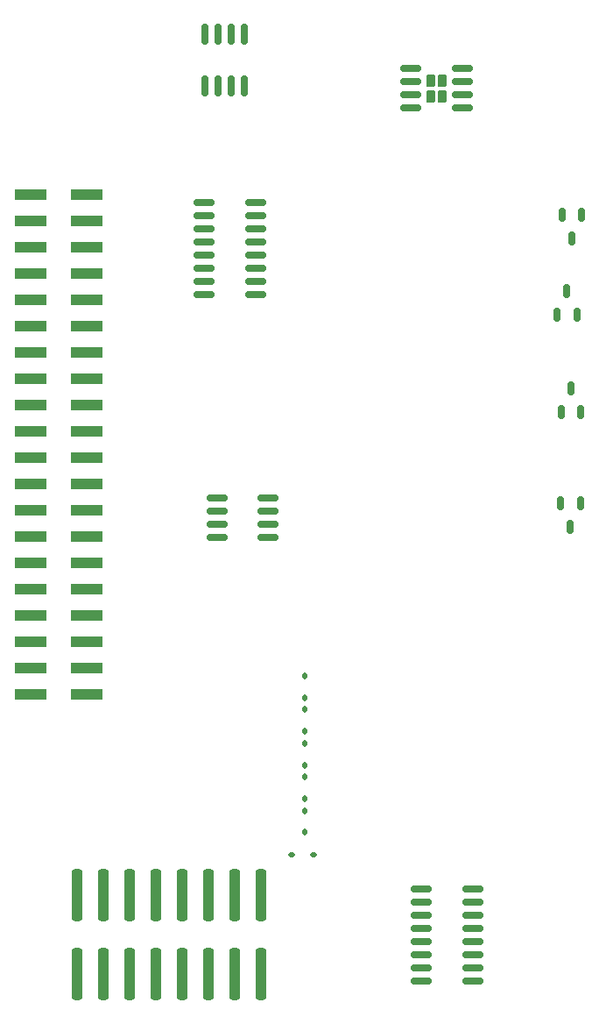
<source format=gbr>
%TF.GenerationSoftware,KiCad,Pcbnew,(7.0.0)*%
%TF.CreationDate,2023-03-28T06:18:24-07:00*%
%TF.ProjectId,wyw_r,7779775f-722e-46b6-9963-61645f706362,rev?*%
%TF.SameCoordinates,Original*%
%TF.FileFunction,Paste,Bot*%
%TF.FilePolarity,Positive*%
%FSLAX46Y46*%
G04 Gerber Fmt 4.6, Leading zero omitted, Abs format (unit mm)*
G04 Created by KiCad (PCBNEW (7.0.0)) date 2023-03-28 06:18:24*
%MOMM*%
%LPD*%
G01*
G04 APERTURE LIST*
G04 Aperture macros list*
%AMRoundRect*
0 Rectangle with rounded corners*
0 $1 Rounding radius*
0 $2 $3 $4 $5 $6 $7 $8 $9 X,Y pos of 4 corners*
0 Add a 4 corners polygon primitive as box body*
4,1,4,$2,$3,$4,$5,$6,$7,$8,$9,$2,$3,0*
0 Add four circle primitives for the rounded corners*
1,1,$1+$1,$2,$3*
1,1,$1+$1,$4,$5*
1,1,$1+$1,$6,$7*
1,1,$1+$1,$8,$9*
0 Add four rect primitives between the rounded corners*
20,1,$1+$1,$2,$3,$4,$5,0*
20,1,$1+$1,$4,$5,$6,$7,0*
20,1,$1+$1,$6,$7,$8,$9,0*
20,1,$1+$1,$8,$9,$2,$3,0*%
G04 Aperture macros list end*
%ADD10RoundRect,0.112500X-0.112500X0.187500X-0.112500X-0.187500X0.112500X-0.187500X0.112500X0.187500X0*%
%ADD11RoundRect,0.150000X-0.150000X0.825000X-0.150000X-0.825000X0.150000X-0.825000X0.150000X0.825000X0*%
%ADD12R,3.150000X1.000000*%
%ADD13RoundRect,0.112500X0.112500X-0.187500X0.112500X0.187500X-0.112500X0.187500X-0.112500X-0.187500X0*%
%ADD14RoundRect,0.230000X0.230000X0.375000X-0.230000X0.375000X-0.230000X-0.375000X0.230000X-0.375000X0*%
%ADD15RoundRect,0.150000X0.825000X0.150000X-0.825000X0.150000X-0.825000X-0.150000X0.825000X-0.150000X0*%
%ADD16RoundRect,0.255000X-0.255000X2.245000X-0.255000X-2.245000X0.255000X-2.245000X0.255000X2.245000X0*%
%ADD17RoundRect,0.150000X0.150000X-0.512500X0.150000X0.512500X-0.150000X0.512500X-0.150000X-0.512500X0*%
%ADD18RoundRect,0.150000X0.850000X0.150000X-0.850000X0.150000X-0.850000X-0.150000X0.850000X-0.150000X0*%
%ADD19RoundRect,0.150000X-0.150000X0.512500X-0.150000X-0.512500X0.150000X-0.512500X0.150000X0.512500X0*%
%ADD20RoundRect,0.112500X-0.187500X-0.112500X0.187500X-0.112500X0.187500X0.112500X-0.187500X0.112500X0*%
G04 APERTURE END LIST*
D10*
%TO.C,D3*%
X49250000Y-115000000D03*
X49250000Y-117100000D03*
%TD*%
D11*
%TO.C,U3*%
X39595000Y-43275000D03*
X40865000Y-43275000D03*
X42135000Y-43275000D03*
X43405000Y-43275000D03*
X43405000Y-48225000D03*
X42135000Y-48225000D03*
X40865000Y-48225000D03*
X39595000Y-48225000D03*
%TD*%
D12*
%TO.C,J8*%
X22749999Y-107059999D03*
X28209999Y-107059999D03*
X22749999Y-104519999D03*
X28209999Y-104519999D03*
X22749999Y-101979999D03*
X28209999Y-101979999D03*
X22749999Y-99439999D03*
X28209999Y-99439999D03*
X22749999Y-96899999D03*
X28209999Y-96899999D03*
X22749999Y-94359999D03*
X28209999Y-94359999D03*
X22749999Y-91819999D03*
X28209999Y-91819999D03*
X22749999Y-89279999D03*
X28209999Y-89279999D03*
X22749999Y-86739999D03*
X28209999Y-86739999D03*
X22749999Y-84199999D03*
X28209999Y-84199999D03*
X22749999Y-84199999D03*
X22749999Y-81659999D03*
X28209999Y-81659999D03*
X22749999Y-79119999D03*
X28209999Y-79119999D03*
X22749999Y-76579999D03*
X28209999Y-76579999D03*
X22749999Y-74039999D03*
X28209999Y-74039999D03*
X22749999Y-71499999D03*
X28209999Y-71499999D03*
X22749999Y-68959999D03*
X28209999Y-68959999D03*
X22749999Y-66419999D03*
X28209999Y-66419999D03*
X22749999Y-63879999D03*
X28209999Y-63879999D03*
X22749999Y-61339999D03*
X28209999Y-61339999D03*
X22749999Y-58799999D03*
X28209999Y-58799999D03*
%TD*%
D10*
%TO.C,D1*%
X49250000Y-108500000D03*
X49250000Y-110600000D03*
%TD*%
D13*
%TO.C,D2*%
X49250000Y-113850000D03*
X49250000Y-111750000D03*
%TD*%
D14*
%TO.C,U1*%
X62570000Y-49250000D03*
X62570000Y-47750000D03*
X61430000Y-49250000D03*
X61430000Y-47750000D03*
D15*
X64475000Y-46595000D03*
X64475000Y-47865000D03*
X64475000Y-49135000D03*
X64475000Y-50405000D03*
X59525000Y-50405000D03*
X59525000Y-49135000D03*
X59525000Y-47865000D03*
X59525000Y-46595000D03*
%TD*%
D16*
%TO.C,J1*%
X27260000Y-126400000D03*
X27260000Y-134000000D03*
X29800000Y-126400000D03*
X29800000Y-134000000D03*
X32340000Y-126400000D03*
X32340000Y-134000000D03*
X34880000Y-126400000D03*
X34880000Y-134000000D03*
X37420000Y-126400000D03*
X37420000Y-134000000D03*
X39960000Y-126400000D03*
X39960000Y-134000000D03*
X42500000Y-126400000D03*
X42500000Y-134000000D03*
X45040000Y-126400000D03*
X45040000Y-134000000D03*
%TD*%
D17*
%TO.C,Q3*%
X75560000Y-70347500D03*
X73660000Y-70347500D03*
X74610000Y-68072500D03*
%TD*%
D18*
%TO.C,U5*%
X65500000Y-125805000D03*
X65500000Y-127075000D03*
X65500000Y-128345000D03*
X65500000Y-129615000D03*
X65500000Y-130885000D03*
X65500000Y-132155000D03*
X65500000Y-133425000D03*
X65500000Y-134695000D03*
X60500000Y-134695000D03*
X60500000Y-133425000D03*
X60500000Y-132155000D03*
X60500000Y-130885000D03*
X60500000Y-129615000D03*
X60500000Y-128345000D03*
X60500000Y-127075000D03*
X60500000Y-125805000D03*
%TD*%
D15*
%TO.C,U4*%
X45725000Y-88095000D03*
X45725000Y-89365000D03*
X45725000Y-90635000D03*
X45725000Y-91905000D03*
X40775000Y-91905000D03*
X40775000Y-90635000D03*
X40775000Y-89365000D03*
X40775000Y-88095000D03*
%TD*%
D19*
%TO.C,Q4*%
X74115000Y-60727500D03*
X76015000Y-60727500D03*
X75065000Y-63002500D03*
%TD*%
D17*
%TO.C,Q1*%
X75950000Y-79767500D03*
X74050000Y-79767500D03*
X75000000Y-77492500D03*
%TD*%
D13*
%TO.C,D12*%
X49250000Y-107350000D03*
X49250000Y-105250000D03*
%TD*%
D20*
%TO.C,D5*%
X48000000Y-122500000D03*
X50100000Y-122500000D03*
%TD*%
D13*
%TO.C,D4*%
X49250000Y-120350000D03*
X49250000Y-118250000D03*
%TD*%
D19*
%TO.C,Q2*%
X73995000Y-88537500D03*
X75895000Y-88537500D03*
X74945000Y-90812500D03*
%TD*%
D18*
%TO.C,U6*%
X44500000Y-59555000D03*
X44500000Y-60825000D03*
X44500000Y-62095000D03*
X44500000Y-63365000D03*
X44500000Y-64635000D03*
X44500000Y-65905000D03*
X44500000Y-67175000D03*
X44500000Y-68445000D03*
X39500000Y-68445000D03*
X39500000Y-67175000D03*
X39500000Y-65905000D03*
X39500000Y-64635000D03*
X39500000Y-63365000D03*
X39500000Y-62095000D03*
X39500000Y-60825000D03*
X39500000Y-59555000D03*
%TD*%
M02*

</source>
